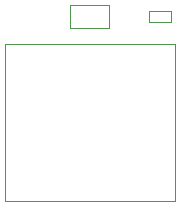
<source format=gbr>
%TF.GenerationSoftware,KiCad,Pcbnew,9.0.5-1.fc42*%
%TF.CreationDate,2025-12-03T05:54:05+01:00*%
%TF.ProjectId,Block-PotentiometerLinear,426c6f63-6b2d-4506-9f74-656e74696f6d,1*%
%TF.SameCoordinates,Original*%
%TF.FileFunction,Other,User*%
%FSLAX46Y46*%
G04 Gerber Fmt 4.6, Leading zero omitted, Abs format (unit mm)*
G04 Created by KiCad (PCBNEW 9.0.5-1.fc42) date 2025-12-03 05:54:05*
%MOMM*%
%LPD*%
G01*
G04 APERTURE LIST*
%ADD10C,0.050000*%
G04 APERTURE END LIST*
D10*
%TO.C,D1*%
X137385000Y-103748800D02*
X140745000Y-103748800D01*
X137385000Y-105648800D02*
X137385000Y-103748800D01*
X140745000Y-103748800D02*
X140745000Y-105648800D01*
X140745000Y-105648800D02*
X137385000Y-105648800D01*
%TO.C,RV1*%
X131865000Y-107015000D02*
X131865000Y-120315000D01*
X131865000Y-120315000D02*
X146265000Y-120315000D01*
X146265000Y-107015000D02*
X131865000Y-107015000D01*
X146265000Y-120315000D02*
X146265000Y-107015000D01*
%TO.C,R2*%
X144131400Y-104228800D02*
X145991400Y-104228800D01*
X144131400Y-105168800D02*
X144131400Y-104228800D01*
X145991400Y-104228800D02*
X145991400Y-105168800D01*
X145991400Y-105168800D02*
X144131400Y-105168800D01*
%TD*%
M02*

</source>
